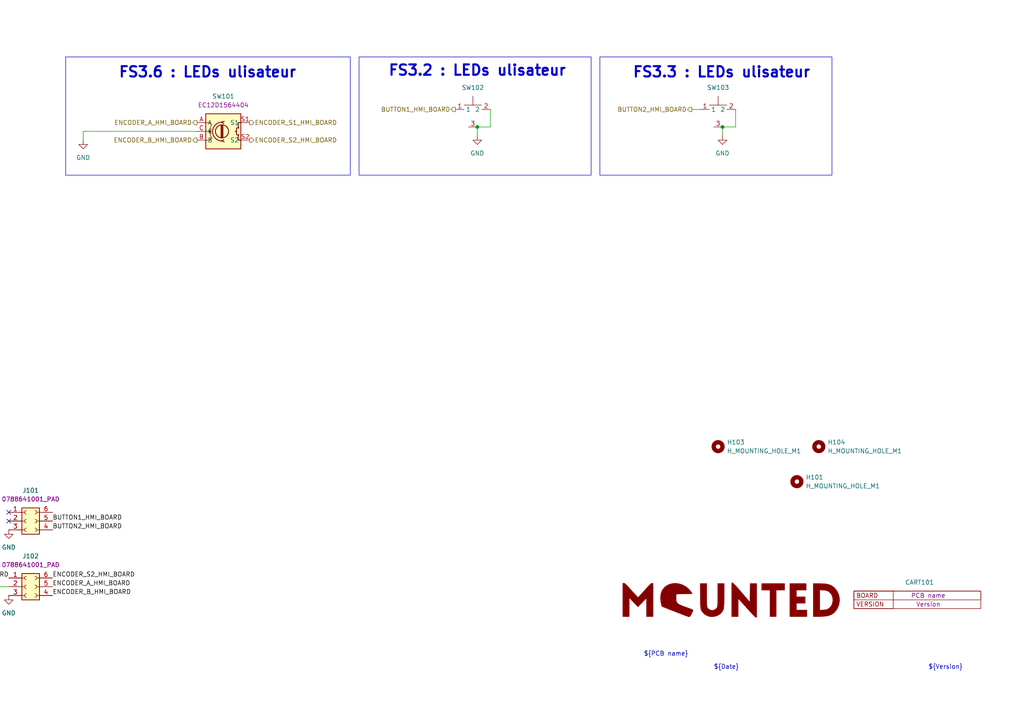
<source format=kicad_sch>
(kicad_sch (version 20231120) (generator "eeschema") (generator_version "8.0")
  (paper "A4")
  (lib_symbols
    (symbol ".mounted-lib:Cartouche_IO" (in_bom no)
      (property "Reference" "CART?" (at -17.78 5.08 0))
      (property "BOARD" "${PCB name}" (at -5.08 2.54 0))
      (property "VERSION" "${Version}" (at -5.08 0 0))
      (symbol "Cartouche_IO_0_0"
        (rectangle (start -17.78 3.81) (end -6.35 -1.27))
        (rectangle (start -17.78 3.81) (end 19.05 -1.27))
        (rectangle (start -17.78 3.81) (end 19.05 1.27))
        (text "BOARD" (at -17.145 2.54 0) (effects (font (size 1.27 1.27)) (justify left)))
        (text "VERSION" (at -17.145 0 0) (effects (font (size 1.27 1.27)) (justify left)))
      )
    )
    (symbol ".mounted-lib:H_MOUNTING_HOLE_M1" (in_bom no)
      (property "Reference" "H?" (at 2.54 1.2701 0))
      (property "Value" "H_MOUNTING_HOLE_M1" (at 40.64 12.7 0))
      (symbol "H_MOUNTING_HOLE_M1_0_1"
        (circle (center 0 0) (radius 1.27) (stroke (width 1.27)))
      )
    )
    (symbol ".mounted-lib:J_0788641001_PAD" (in_bom no)
      (property "Reference" "J?" (at 0 7.62 0))
      (property "DisplayValue" "0788641001_PAD" (at 0 5.08 0))
      (symbol "J_0788641001_PAD_1_1"
        (rectangle (start -2.54 3.81) (end 2.54 -3.81) (stroke (width 0.254)) (fill (type background)))
        (arc (start -1.2722 0.508) (mid -1.778 0) (end -1.2722 -0.508) (stroke (width 0.1524)))
        (arc (start -1.2722 3.048) (mid -1.778 2.54) (end -1.2722 2.032) (stroke (width 0.1524)))
        (arc (start -1.27 -2.032) (mid -1.7758 -2.54) (end -1.27 -3.048) (stroke (width 0.1524)))
        (polyline (pts (xy -2.5422 0) (xy -1.7802 0)) (stroke (width 0.1524)))
        (polyline (pts (xy -2.5422 2.54) (xy -1.7802 2.54)) (stroke (width 0.1524)))
        (polyline (pts (xy -2.54 -2.54) (xy -1.778 -2.54)) (stroke (width 0.1524)))
        (polyline (pts (xy 2.54 0) (xy 1.778 0)) (stroke (width 0.1524)))
        (polyline (pts (xy 2.54 2.54) (xy 1.778 2.54)) (stroke (width 0.1524)))
        (polyline (pts (xy 2.5422 -2.54) (xy 1.7802 -2.54)) (stroke (width 0.1524)))
        (arc (start 1.27 -0.508) (mid 1.7758 0) (end 1.27 0.508) (stroke (width 0.1524)))
        (arc (start 1.27 2.032) (mid 1.7758 2.54) (end 1.27 3.048) (stroke (width 0.1524)))
        (arc (start 1.2722 -3.048) (mid 1.778 -2.54) (end 1.2722 -2.032) (stroke (width 0.1524)))
        (pin passive line (at -6.35 2.54 0) (length 3.81) (name "") (number "1"))
        (pin passive line (at -6.35 0 0) (length 3.81) (name "") (number "2"))
        (pin passive line (at -6.35 -2.54 0) (length 3.81) (name "") (number "3"))
        (pin passive line (at 6.35 -2.54 180) (length 3.81) (name "") (number "4"))
        (pin passive line (at 6.35 0 180) (length 3.81) (name "") (number "5"))
        (pin passive line (at 6.35 2.54 180) (length 3.81) (name "") (number "6"))
      )
    )
    (symbol ".mounted-lib:SW_EC12D1564404"
      (property "Reference" "SW?" (at -5.08 8.89 0))
      (property "DisplayValue" "EC12D1564404" (at -5.08 6.35 0))
      (symbol "SW_EC12D1564404_0_1"
        (rectangle (start -5.08 5.08) (end 5.08 -5.08) (stroke (width 0.254)) (fill (type background)))
        (circle (center -3.81 0) (radius 0.254) (fill (type outline)))
        (circle (center -0.381 0) (radius 1.905) (stroke (width 0.254)))
        (arc (start -0.381 2.667) (mid -3.0988 -0.0635) (end -0.381 -2.794) (stroke (width 0.254)))
        (polyline (pts (xy -0.635 -1.778) (xy -0.635 1.778)) (stroke (width 0.254)))
        (polyline (pts (xy -0.381 -1.778) (xy -0.381 1.778)) (stroke (width 0.254)))
        (polyline (pts (xy -0.127 1.778) (xy -0.127 -1.778)) (stroke (width 0.254)))
        (polyline (pts (xy 3.81 0) (xy 3.429 0)) (stroke (width 0.254)))
        (polyline (pts (xy 3.81 1.016) (xy 3.81 -1.016)) (stroke (width 0.254)))
        (polyline (pts (xy -5.08 -2.54) (xy -3.81 -2.54) (xy -3.81 -2.032)))
        (polyline (pts (xy -5.08 2.54) (xy -3.81 2.54) (xy -3.81 2.032)))
        (polyline (pts (xy 0.254 -3.048) (xy -0.508 -2.794) (xy 0.127 -2.413)) (stroke (width 0.254)))
        (polyline (pts (xy 0.254 2.921) (xy -0.508 2.667) (xy 0.127 2.286)) (stroke (width 0.254)))
        (polyline (pts (xy 5.08 -2.54) (xy 4.318 -2.54) (xy 4.318 -1.016)) (stroke (width 0.254)))
        (polyline (pts (xy 5.08 2.54) (xy 4.318 2.54) (xy 4.318 1.016)) (stroke (width 0.254)))
        (polyline (pts (xy -5.08 0) (xy -3.81 0) (xy -3.81 -1.016) (xy -3.302 -2.032)))
        (polyline (pts (xy -4.318 0) (xy -3.81 0) (xy -3.81 1.016) (xy -3.302 2.032)))
        (circle (center 4.318 -1.016) (radius 0.127) (stroke (width 0.254)))
        (circle (center 4.318 1.016) (radius 0.127) (stroke (width 0.254)))
      )
      (symbol "SW_EC12D1564404_1_1"
        (pin passive line (at -7.62 2.54 0) (length 2.54) (name "A") (number "A"))
        (pin passive line (at -7.62 -2.54 0) (length 2.54) (name "B") (number "B"))
        (pin passive line (at -7.62 0 0) (length 2.54) (name "C") (number "C"))
        (pin passive line (at 7.62 2.54 180) (length 2.54) (name "S1") (number "S1"))
        (pin passive line (at 7.62 -2.54 180) (length 2.54) (name "S2") (number "S2"))
      )
    )
    (symbol ".mounted-lib:SW_SKRTLAE010"
      (property "Reference" "SW?" (at -2.54 3.81 0))
      (symbol "SW_SKRTLAE010_0_1"
        (polyline (pts (xy 0 2.54) (xy 0 0) (xy 2.54 0) (xy -2.54 0)))
      )
      (symbol "SW_SKRTLAE010_1_1"
        (pin input line (at -5.08 -1.27 0) (length 2.54) (name "1") (number "1"))
        (pin output line (at 5.08 -1.27 180) (length 2.54) (name "2") (number "2"))
        (pin passive line (at 1.27 -6.35 180) (length 2.54) (name "") (number "3"))
      )
    )
    (symbol ".mounted-lib:TESTPOINT_1.5MM" (in_bom no)
      (property "Reference" "TP" (at 0 2.54 0))
      (property "DisplayValue" "1.5mm" (at 0 -2.54 0))
      (symbol "TESTPOINT_1.5MM_0_1"
        (circle (center 0 0) (radius 1.27))
      )
      (symbol "TESTPOINT_1.5MM_1_1"
        (pin passive line (at 3.81 0 180) (length 2.54) (name "~") (number "1"))
      )
    )
    (symbol ".mounted-lib:mounted_logo" (pin_names (offset 1.016))
      (symbol "mounted_logo_0_0"
        (polyline (pts (xy 13.0541 -1.012) (xy 13.0541 2.8335) (xy 14.2685 2.8335) (xy 15.4828 2.8335) (xy 15.4828 3.7948) (xy 15.4828 4.7562) (xy 12.1434 4.7562) (xy 8.8039 4.7562) (xy 8.8039 3.7948) (xy 8.8039 2.8335) (xy 10.0183 2.8335) (xy 11.2326 2.8335) (xy 11.2326 -1.012) (xy 11.2326 -4.8574) (xy 12.1434 -4.8574) (xy 13.0541 -4.8574) (xy 13.0541 -1.012)) (stroke (width 0.01)) (fill (type outline)))
        (polyline (pts (xy 21.9593 -3.896) (xy 21.9593 -2.9347) (xy 20.4414 -2.9347) (xy 18.9235 -2.9347) (xy 18.9235 -1.9733) (xy 18.9235 -1.012) (xy 20.1884 -1.012) (xy 21.4533 -1.012) (xy 21.4533 -0.0506) (xy 21.4533 0.9107) (xy 20.1884 0.9107) (xy 18.9235 0.9107) (xy 18.9235 1.8721) (xy 18.9235 2.8335) (xy 20.3402 2.8335) (xy 21.7569 2.8335) (xy 21.7569 3.7948) (xy 21.7569 4.7562) (xy 19.3788 4.7562) (xy 17.0008 4.7562) (xy 17.0008 -0.0506) (xy 17.0008 -4.8574) (xy 19.48 -4.8574) (xy 21.9593 -4.8574) (xy 21.9593 -3.896)) (stroke (width 0.01)) (fill (type outline)))
        (polyline (pts (xy 7.3872 -0.1518) (xy 7.3872 4.7562) (xy 6.4275 4.7562) (xy 5.4678 4.7562) (xy 5.4409 2.0564) (xy 5.4139 -0.6433) (xy 3.0016 2.1576) (xy 2.3562 2.9042) (xy 1.8128 3.5255) (xy 1.3749 4.0164) (xy 1.0304 4.3895) (xy 0.7673 4.6575) (xy 0.5734 4.8332) (xy 0.4367 4.9293) (xy 0.3452 4.9585) (xy 0.1012 4.9585) (xy 0.1012 0.0506) (xy 0.1012 -4.8574) (xy 1.0608 -4.8574) (xy 2.0205 -4.8574) (xy 2.0475 -2.2586) (xy 2.0745 0.3401) (xy 4.5011 -2.3598) (xy 4.7 -2.5808) (xy 5.3538 -3.3024) (xy 5.8892 -3.8837) (xy 6.3167 -4.3354) (xy 6.6469 -4.6683) (xy 6.8901 -4.8929) (xy 7.0568 -5.0198) (xy 7.1575 -5.0598) (xy 7.3872 -5.0598) (xy 7.3872 -0.1518)) (stroke (width 0.01)) (fill (type outline)))
        (polyline (pts (xy -29.5449 -2.1504) (xy -29.5409 0.5566) (xy -28.3053 -0.7424) (xy -27.0698 -2.0414) (xy -25.8301 -0.7769) (xy -24.5905 0.4877) (xy -24.5905 -2.1848) (xy -24.5905 -4.8574) (xy -23.6291 -4.8574) (xy -22.6678 -4.8574) (xy -22.6678 0) (xy -22.6678 4.8574) (xy -22.9639 4.8574) (xy -23.0357 4.8497) (xy -23.152 4.8043) (xy -23.2999 4.7038) (xy -23.4963 4.5321) (xy -23.7582 4.2729) (xy -24.1025 3.9099) (xy -24.5462 3.4271) (xy -25.1062 2.8082) (xy -25.1312 2.7804) (xy -25.6173 2.2426) (xy -26.059 1.757) (xy -26.4383 1.3434) (xy -26.7368 1.0213) (xy -26.9366 0.8106) (xy -27.0195 0.7308) (xy -27.0218 0.7308) (xy -27.1159 0.8089) (xy -27.3249 1.0176) (xy -27.6307 1.3378) (xy -28.0155 1.7506) (xy -28.4613 2.237) (xy -28.9503 2.7779) (xy -29.0633 2.9036) (xy -29.5971 3.4952) (xy -30.0179 3.9544) (xy -30.3429 4.2978) (xy -30.5897 4.5419) (xy -30.7757 4.7032) (xy -30.9183 4.7982) (xy -31.0349 4.8433) (xy -31.1429 4.8552) (xy -31.4717 4.8574) (xy -31.4717 0) (xy -31.4717 -4.8574) (xy -30.5104 -4.8574) (xy -29.549 -4.8574) (xy -29.5449 -2.1504)) (stroke (width 0.01)) (fill (type outline)))
        (polyline (pts (xy 25.4253 -4.8556) (xy 25.6404 -4.8547) (xy 26.5575 -4.83) (xy 27.3171 -4.7676) (xy 27.9546 -4.662) (xy 28.505 -4.5079) (xy 29.0036 -4.2997) (xy 29.5084 -3.9977) (xy 30.1403 -3.435) (xy 30.6643 -2.7409) (xy 31.0657 -1.9468) (xy 31.3296 -1.0838) (xy 31.4411 -0.1834) (xy 31.3855 0.7233) (xy 31.3804 0.7543) (xy 31.1515 1.6264) (xy 30.7776 2.4404) (xy 30.2822 3.162) (xy 29.6889 3.7567) (xy 29.0211 4.19) (xy 28.8905 4.2515) (xy 28.3813 4.4468) (xy 27.8162 4.589) (xy 27.1592 4.6839) (xy 26.3743 4.7372) (xy 25.4253 4.7544) (xy 23.7808 4.7562) (xy 23.7808 -0.0506) (xy 23.7808 -2.9588) (xy 25.7035 -2.9588) (xy 25.7035 -0.0506) (xy 25.7035 2.8576) (xy 26.6396 2.8137) (xy 26.8905 2.7983) (xy 27.5042 2.7136) (xy 27.9891 2.5521) (xy 28.3954 2.2928) (xy 28.7736 1.9144) (xy 29.1102 1.4237) (xy 29.364 0.7385) (xy 29.4478 -0.0506) (xy 29.4393 -0.2952) (xy 29.3007 -1.042) (xy 29.0038 -1.702) (xy 28.5635 -2.248) (xy 27.9949 -2.6533) (xy 27.9266 -2.6869) (xy 27.6052 -2.8006) (xy 27.195 -2.8729) (xy 26.6396 -2.9149) (xy 25.7035 -2.9588) (xy 23.7808 -2.9588) (xy 23.7808 -4.8574) (xy 25.4253 -4.8556)) (stroke (width 0.01)) (fill (type outline)))
        (polyline (pts (xy -4.4754 -4.7478) (xy -3.7692 -4.467) (xy -3.1608 -4.0647) (xy -2.6916 -3.5562) (xy -2.613 -3.4418) (xy -2.4727 -3.2245) (xy -2.3593 -3.0132) (xy -2.2696 -2.7847) (xy -2.2006 -2.5159) (xy -2.149 -2.1837) (xy -2.1119 -1.7649) (xy -2.086 -1.2363) (xy -2.0683 -0.5748) (xy -2.0556 0.2428) (xy -2.0449 1.2396) (xy -2.0099 4.7562) (xy -2.9783 4.7562) (xy -3.9467 4.7562) (xy -3.9468 1.442) (xy -3.9473 0.7789) (xy -3.95 -0.014) (xy -3.956 -0.6426) (xy -3.9665 -1.1295) (xy -3.9826 -1.4973) (xy -4.0053 -1.7684) (xy -4.0357 -1.9652) (xy -4.0748 -2.1104) (xy -4.1239 -2.2263) (xy -4.3189 -2.4863) (xy -4.677 -2.7631) (xy -5.0995 -2.9601) (xy -5.5113 -3.0336) (xy -5.7577 -3.0059) (xy -6.2007 -2.8542) (xy -6.601 -2.6075) (xy -6.8788 -2.3081) (xy -6.9051 -2.2636) (xy -6.9556 -2.1601) (xy -6.9955 -2.0331) (xy -7.0261 -1.8603) (xy -7.0487 -1.6193) (xy -7.0643 -1.2877) (xy -7.0744 -0.8433) (xy -7.0801 -0.2635) (xy -7.0827 0.474) (xy -7.0833 1.3914) (xy -7.0837 4.7562) (xy -8.051 4.7562) (xy -9.0182 4.7562) (xy -8.983 1.189) (xy -8.9744 0.3875) (xy -8.9633 -0.4295) (xy -8.9503 -1.0843) (xy -8.9342 -1.5993) (xy -8.914 -1.9967) (xy -8.8883 -2.2985) (xy -8.8561 -2.5271) (xy -8.8161 -2.7046) (xy -8.7671 -2.8532) (xy -8.6157 -3.18) (xy -8.1881 -3.771) (xy -7.62 -4.2662) (xy -6.948 -4.6372) (xy -6.2083 -4.8553) (xy -6.0147 -4.8833) (xy -5.2378 -4.8917) (xy -4.4754 -4.7478)) (stroke (width 0.01)) (fill (type outline)))
        (polyline (pts (xy -12.033 -4.8536) (xy -11.8228 -4.6062) (xy -11.5946 -4.2448) (xy -11.3715 -3.8054) (xy -11.1767 -3.3242) (xy -11.1344 -3.2018) (xy -11.0898 -3.0068) (xy -11.143 -2.8972) (xy -11.3132 -2.7992) (xy -11.4369 -2.7453) (xy -11.7403 -2.6255) (xy -12.1683 -2.4635) (xy -12.6832 -2.2735) (xy -13.2473 -2.0698) (xy -13.685 -1.9116) (xy -14.3947 -1.6403) (xy -14.9424 -1.397) (xy -15.3488 -1.1615) (xy -15.6346 -0.9134) (xy -15.8208 -0.6324) (xy -15.928 -0.2982) (xy -15.9771 0.1096) (xy -15.9889 0.6113) (xy -15.9885 0.757) (xy -15.9792 1.1798) (xy -15.9532 1.4468) (xy -15.9049 1.5943) (xy -15.8288 1.6589) (xy -15.8013 1.6651) (xy -15.5957 1.6827) (xy -15.2307 1.6979) (xy -14.7385 1.7098) (xy -14.1513 1.7175) (xy -13.5013 1.7203) (xy -13.2539 1.7207) (xy -12.6407 1.7258) (xy -12.1129 1.736) (xy -11.6996 1.7502) (xy -11.4302 1.7676) (xy -11.3339 1.7873) (xy -11.3479 1.8507) (xy -11.4667 2.0761) (xy -11.6796 2.3844) (xy -11.9541 2.7332) (xy -12.2575 3.08) (xy -12.5574 3.3822) (xy -13.1861 3.8791) (xy -14.0562 4.357) (xy -14.9946 4.6741) (xy -15.9634 4.818) (xy -16.9248 4.7769) (xy -16.9567 4.7722) (xy -17.8565 4.5627) (xy -18.6212 4.2205) (xy -19.2773 3.7338) (xy -19.3987 3.6179) (xy -19.9135 2.9955) (xy -20.2685 2.2952) (xy -20.4741 1.4909) (xy -20.5407 0.5566) (xy -20.5381 0.4182) (xy -20.5054 -0.0257) (xy -20.4425 -0.5134) (xy -20.3587 -0.9959) (xy -20.2631 -1.4239) (xy -20.1651 -1.7483) (xy -20.0739 -1.9202) (xy -20.0687 -1.9236) (xy -19.9337 -1.9838) (xy -19.6386 -2.1053) (xy -19.2081 -2.2785) (xy -18.6668 -2.4936) (xy -18.0396 -2.7412) (xy -17.351 -3.0114) (xy -16.6258 -3.2948) (xy -15.8887 -3.5816) (xy -15.1644 -3.8623) (xy -14.4776 -4.1272) (xy -13.8529 -4.3666) (xy -13.3151 -4.571) (xy -12.8888 -4.7307) (xy -12.5988 -4.8361) (xy -12.5944 -4.8376) (xy -12.3603 -4.9142) (xy -12.2194 -4.9506) (xy -12.202 -4.9508) (xy -12.033 -4.8536)) (stroke (width 0.01)) (fill (type outline)))
      )
    )
    (symbol "power:GND" (power) (pin_names (offset 0))
      (property "Value" "GND" (at 0 -3.81 0))
      (symbol "GND_0_1"
        (polyline (pts (xy 0 0) (xy 0 -1.27) (xy 1.27 -1.27) (xy 0 -2.54) (xy -1.27 -1.27) (xy 0 -1.27)))
      )
      (symbol "GND_1_1"
        (pin power_in line (at 0 0 270) (length 0) hide (name "GND") (number "1"))
      )
    )
    (symbol "power:VBUS" (power) (pin_names (offset 0))
      (property "Value" "VBUS" (at 0 3.81 0))
      (symbol "VBUS_0_1"
        (polyline (pts (xy -0.762 1.27) (xy 0 2.54)))
        (polyline (pts (xy 0 0) (xy 0 2.54)))
        (polyline (pts (xy 0 2.54) (xy 0.762 1.27)))
      )
      (symbol "VBUS_1_1"
        (pin power_in line (at 0 0 90) (length 0) hide (name "VBUS") (number "1"))
      )
    )
  )
  (junction (at 138.43 36.83))
  (junction (at 209.55 36.83))
  (no_connect (at 2.54 151.13))
  (no_connect (at 2.54 148.59))
  (wire (pts (xy 24.13 38.1) (xy 24.13 40.64)))
  (wire (pts (xy 209.55 39.37) (xy 209.55 36.83)))
  (wire (pts (xy -25.4 168.91) (xy -25.4 170.18)))
  (wire (pts (xy 200.66 31.75) (xy 203.2 31.75)))
  (wire (pts (xy -25.4 170.18) (xy 2.54 170.18)))
  (wire (pts (xy 138.43 36.83) (xy 142.24 36.83)))
  (wire (pts (xy 213.36 36.83) (xy 213.36 31.75)))
  (wire (pts (xy 142.24 36.83) (xy 142.24 31.75)))
  (wire (pts (xy 209.55 36.83) (xy 213.36 36.83)))
  (wire (pts (xy 138.43 36.83) (xy 138.43 39.37)))
  (wire (pts (xy 24.13 38.1) (xy 57.15 38.1)))
  (rectangle (start 19.05 16.51) (end 101.6 50.8))
  (rectangle (start 104.14 16.51) (end 171.45 50.8))
  (rectangle (start 173.99 16.51) (end 241.3 50.8))
  (text "${PCB name}" (at 186.69 190.5 0) (effects (font (size 1.27 1.27)) (justify left bottom)))
  (text "FS3.2 : LEDs ulisateur" (at 138.43 20.574 0) (effects (font (size 3 3) (thickness 0.6) (bold yes))))
  (text "FS3.6 : LEDs ulisateur" (at 60.198 21.082 0) (effects (font (size 3 3) (thickness 0.6) (bold yes))))
  (text "${Date}" (at 207.01 194.31 0) (effects (font (size 1.27 1.27)) (justify left bottom)))
  (text "FS3.3 : LEDs ulisateur" (at 209.296 21.082 0) (effects (font (size 3 3) (thickness 0.6) (bold yes))))
  (text "${Version}" (at 269.24 194.31 0) (effects (font (size 1.27 1.27)) (justify left bottom)))
  (label "ENCODER_A_HMI_BOARD" (at 15.24 170.18 0))
  (label "ENCODER_S1_HMI_BOARD" (at 2.54 167.64 180))
  (label "BUTTON1_HMI_BOARD" (at 15.24 151.13 0))
  (label "ENCODER_S2_HMI_BOARD" (at 15.24 167.64 0))
  (label "ENCODER_B_HMI_BOARD" (at 15.24 172.72 0))
  (label "BUTTON2_HMI_BOARD" (at 15.24 153.67 0))
  (hierarchical_label "BUTTON2_HMI_BOARD" (shape output) (at 200.66 31.75 180))
  (hierarchical_label "ENCODER_S2_HMI_BOARD" (shape output) (at 72.39 40.64 0))
  (hierarchical_label "ENCODER_B_HMI_BOARD" (shape output) (at 57.15 40.64 180))
  (hierarchical_label "BUTTON1_HMI_BOARD" (shape output) (at 132.08 31.75 180))
  (hierarchical_label "ENCODER_S1_HMI_BOARD" (shape output) (at 72.39 35.56 0))
  (hierarchical_label "ENCODER_A_HMI_BOARD" (shape output) (at 57.15 35.56 180))
  (symbol (lib_id ".mounted-lib:J_0788641001_PAD") (at 8.89 170.18 0) (unit 1) (in_bom no)
    (property "Reference" "J102" (at 8.89 161.29 0))
    (property "Value" "J_0788641001_PAD" (effects (hide yes)))
    (property "Footprint" ".mounted-lib:J_788641001_PAD" (effects (hide yes)))
    (property "Datasheet" "https://www.molex.com/en-us/products/part-detail/0788641001" (effects (hide yes)))
    (property "Manufacturer" "MOLEX" (effects (hide yes)))
    (property "MPN" "0788641001" (effects (hide yes)))
    (property "DisplayValue" "0788641001_PAD" (at 8.89 163.83 0))
    (property "CMP_ID" "1090" (effects (hide yes)))
    (property "Category" "CONNECTOR" (effects (hide yes)))
    (property "Family" "SPRING CONNECTOR" (effects (hide yes)))
    (property "_Created" "JCN 2023-11-22" (effects (hide yes)))
    (property "Mount" "SMD" (effects (hide yes)))
    (property "Package" "6 POS" (effects (hide yes)))
    (property "TempMin_C" "-40°C" (effects (hide yes)))
    (property "TempMax_C" "85°C" (effects (hide yes)))
    (property "Automotive" "N" (effects (hide yes)))
    (property "MaxHeight_mm" "2mm" (effects (hide yes)))
  )
  (symbol (lib_id "power:GND") (at -35.56 194.31 0) (unit 1)
    (property "Reference" "#PWR0108" (effects (hide yes)))
    (property "Value" "GND" (at -35.56 199.39 0))
  )
  (symbol (lib_id ".mounted-lib:H_MOUNTING_HOLE_M1") (at 231.14 139.7 0) (unit 1) (in_bom no)
    (property "Reference" "H101" (at 233.68 138.43 0) (effects (justify left)))
    (property "Value" "H_MOUNTING_HOLE_M1" (at 233.68 140.97 0) (effects (justify left)))
    (property "Footprint" ".mounted-lib:MountingHole_1.2mm_M1" (effects (hide yes)))
    (property "Datasheet" "http://127.0.0.1" (effects (hide yes)))
    (property "DisplayValue" "Screw" (effects (hide yes)))
    (property "Category" "MECHANICAL" (effects (hide yes)))
    (property "Family" "Hole" (effects (hide yes)))
    (property "_Created" "GCE 2022-06-15" (effects (hide yes)))
    (property "Mount" "PCB" (effects (hide yes)))
    (property "Package" "1.2mm HOLE" (effects (hide yes)))
    (property "Automotive" "N" (effects (hide yes)))
    (property "MaxHeight_mm" "0mm" (effects (hide yes)))
  )
  (symbol (lib_id ".mounted-lib:mounted_logo") (at 212.09 173.99 0) (unit 1)
    (property "Reference" "LOGO101" (effects (hide yes)))
    (property "Value" "mounted_logo" (effects (hide yes)))
    (property "Footprint" ".mounted-lib:mounted_logo" (effects (hide yes)))
  )
  (symbol (lib_id ".mounted-lib:J_0788641001_PAD") (at 8.89 151.13 0) (unit 1) (in_bom no)
    (property "Reference" "J101" (at 8.89 142.24 0))
    (property "Value" "J_0788641001_PAD" (effects (hide yes)))
    (property "Footprint" ".mounted-lib:J_788641001_PAD" (effects (hide yes)))
    (property "Datasheet" "https://www.molex.com/en-us/products/part-detail/0788641001" (effects (hide yes)))
    (property "Manufacturer" "MOLEX" (effects (hide yes)))
    (property "MPN" "0788641001" (effects (hide yes)))
    (property "DisplayValue" "0788641001_PAD" (at 8.89 144.78 0))
    (property "CMP_ID" "1090" (effects (hide yes)))
    (property "Category" "CONNECTOR" (effects (hide yes)))
    (property "Family" "SPRING CONNECTOR" (effects (hide yes)))
    (property "_Created" "JCN 2023-11-22" (effects (hide yes)))
    (property "Mount" "SMD" (effects (hide yes)))
    (property "Package" "6 POS" (effects (hide yes)))
    (property "TempMin_C" "-40°C" (effects (hide yes)))
    (property "TempMax_C" "85°C" (effects (hide yes)))
    (property "Automotive" "N" (effects (hide yes)))
    (property "MaxHeight_mm" "2mm" (effects (hide yes)))
  )
  (symbol (lib_id "power:GND") (at 138.43 39.37 0) (unit 1)
    (property "Reference" "#PWR0104" (effects (hide yes)))
    (property "Value" "GND" (at 138.43 44.45 0))
  )
  (symbol (lib_id "power:GND") (at 209.55 39.37 0) (unit 1)
    (property "Reference" "#PWR0105" (effects (hide yes)))
    (property "Value" "GND" (at 209.55 44.45 0))
  )
  (symbol (lib_id ".mounted-lib:SW_SKRTLAE010") (at 137.16 30.48 0) (unit 1)
    (property "Reference" "SW102" (at 137.16 25.4 0))
    (property "Value" "SW_SKRTLAE010" (effects (hide yes)))
    (property "Footprint" ".mounted-lib:SW_SKRTLAE010" (effects (hide yes)))
    (property "Datasheet" "https://datasheet.lcsc.com/lcsc/1809191932_ALPSALPINE-SKRTLAE010_C110293.pdf" (effects (hide yes)))
    (property "Manufacturer" "ALPS ALPINE" (effects (hide yes)))
    (property "MPN" "SKRTLAE010" (effects (hide yes)))
    (property "DisplayValue" "SKRTLAE010" (effects (hide yes)))
    (property "CMP_ID" "1084" (effects (hide yes)))
    (property "Category" "ELECTROMECHANICAL" (effects (hide yes)))
    (property "Family" "TACTILE SWITCH" (effects (hide yes)))
    (property "_Created" "JCN 2023-11-16" (effects (hide yes)))
    (property "Mount" "SMD" (effects (hide yes)))
    (property "Package" "RIGHT ANGLE" (effects (hide yes)))
    (property "PartStatus" "L3360" (effects (hide yes)))
    (property "TempMin_C" "-30°C" (effects (hide yes)))
    (property "TempMax_C" "85°C" (effects (hide yes)))
    (property "Automotive" "N" (effects (hide yes)))
    (property "MaxHeight_mm" "3.3mm" (effects (hide yes)))
  )
  (symbol (lib_id ".mounted-lib:H_MOUNTING_HOLE_M1") (at 237.49 129.54 0) (unit 1) (in_bom no)
    (property "Reference" "H104" (at 240.03 128.27 0) (effects (justify left)))
    (property "Value" "H_MOUNTING_HOLE_M1" (at 240.03 130.81 0) (effects (justify left)))
    (property "Footprint" ".mounted-lib:MountingHole_1.2mm_M1" (effects (hide yes)))
    (property "Datasheet" "http://127.0.0.1" (effects (hide yes)))
    (property "DisplayValue" "Screw" (effects (hide yes)))
    (property "Category" "MECHANICAL" (effects (hide yes)))
    (property "Family" "Hole" (effects (hide yes)))
    (property "_Created" "GCE 2022-06-15" (effects (hide yes)))
    (property "Mount" "PCB" (effects (hide yes)))
    (property "Package" "1.2mm HOLE" (effects (hide yes)))
    (property "Automotive" "N" (effects (hide yes)))
    (property "MaxHeight_mm" "0mm" (effects (hide yes)))
  )
  (symbol (lib_id "power:GND") (at 2.54 172.72 0) (unit 1)
    (property "Reference" "#PWR0106" (effects (hide yes)))
    (property "Value" "GND" (at 2.54 177.8 0))
  )
  (symbol (lib_id ".mounted-lib:SW_EC12D1564404") (at 64.77 38.1 0) (unit 1)
    (property "Reference" "SW101" (at 64.77 27.94 0))
    (property "Value" "SW_EC12D1564404" (effects (hide yes)))
    (property "Footprint" ".mounted-lib:SW_EC12D1564404" (effects (hide yes)))
    (property "Datasheet" "https://tech.alpsalpine.com/e/products/detail/EC12D1564404/" (effects (hide yes)))
    (property "Manufacturer" "ALPS ALPINE" (effects (hide yes)))
    (property "MPN" "EC12D1564404" (effects (hide yes)))
    (property "DisplayValue" "EC12D1564404" (at 64.77 30.48 0))
    (property "CMP_ID" "1081" (effects (hide yes)))
    (property "Category" "ELECTROMECHANICAL" (effects (hide yes)))
    (property "Family" "ROTARY ENCODER" (effects (hide yes)))
    (property "_Created" "JCN 2023-11-15" (effects (hide yes)))
    (property "_Checked" "TT 2022-05-23" (effects (hide yes)))
    (property "Mount" "SMD" (effects (hide yes)))
    (property "TempMin_C" "-40°C" (effects (hide yes)))
    (property "TempMax_C" "85°C" (effects (hide yes)))
    (property "Automotive" "N" (effects (hide yes)))
    (property "MaxHeight_mm" "17.5mm" (effects (hide yes)))
  )
  (symbol (lib_id ".mounted-lib:H_MOUNTING_HOLE_M1") (at 208.28 129.54 0) (unit 1) (in_bom no)
    (property "Reference" "H103" (at 210.82 128.27 0) (effects (justify left)))
    (property "Value" "H_MOUNTING_HOLE_M1" (at 210.82 130.81 0) (effects (justify left)))
    (property "Footprint" ".mounted-lib:MountingHole_1.2mm_M1" (effects (hide yes)))
    (property "Datasheet" "http://127.0.0.1" (effects (hide yes)))
    (property "DisplayValue" "Screw" (effects (hide yes)))
    (property "Category" "MECHANICAL" (effects (hide yes)))
    (property "Family" "Hole" (effects (hide yes)))
    (property "_Created" "GCE 2022-06-15" (effects (hide yes)))
    (property "Mount" "PCB" (effects (hide yes)))
    (property "Package" "1.2mm HOLE" (effects (hide yes)))
    (property "Automotive" "N" (effects (hide yes)))
    (property "MaxHeight_mm" "0mm" (effects (hide yes)))
  )
  (symbol (lib_id ".mounted-lib:TESTPOINT_1.5MM") (at -35.56 190.5 270) (unit 1) (in_bom no)
    (property "Reference" "TP102" (at -33.02 189.23 90) (effects (justify left)))
    (property "Value" "TESTPOINT_1.5MM" (effects (hide yes)))
    (property "Footprint" ".mounted-lib:TESTPOINT_1.5MM" (effects (hide yes)))
    (property "Datasheet" "http://127.0.0.1" (effects (hide yes)))
    (property "DisplayValue" "1.5mm" (at -33.02 191.77 90) (effects (justify left)))
    (property "_Created" "JCN 2022-08-04" (effects (hide yes)))
    (property "Category" "TEST POINT" (effects (hide yes)))
    (property "Family" "Exposed copper" (effects (hide yes)))
  )
  (symbol (lib_id ".mounted-lib:TESTPOINT_1.5MM") (at -35.56 184.15 90) (unit 1) (in_bom no)
    (property "Reference" "TP101" (at -33.02 182.88 90) (effects (justify right)))
    (property "Value" "TESTPOINT_1.5MM" (effects (hide yes)))
    (property "Footprint" ".mounted-lib:TESTPOINT_1.5MM" (effects (hide yes)))
    (property "Datasheet" "http://127.0.0.1" (effects (hide yes)))
    (property "DisplayValue" "1.5mm" (at -33.02 185.42 90) (effects (justify right)))
    (property "_Created" "JCN 2022-08-04" (effects (hide yes)))
    (property "Category" "TEST POINT" (effects (hide yes)))
    (property "Family" "Exposed copper" (effects (hide yes)))
  )
  (symbol (lib_id ".mounted-lib:SW_SKRTLAE010") (at 208.28 30.48 0) (unit 1)
    (property "Reference" "SW103" (at 208.28 25.4 0))
    (property "Value" "SW_SKRTLAE010" (effects (hide yes)))
    (property "Footprint" ".mounted-lib:SW_SKRTLAE010" (effects (hide yes)))
    (property "Datasheet" "https://datasheet.lcsc.com/lcsc/1809191932_ALPSALPINE-SKRTLAE010_C110293.pdf" (effects (hide yes)))
    (property "Manufacturer" "ALPS ALPINE" (effects (hide yes)))
    (property "MPN" "SKRTLAE010" (effects (hide yes)))
    (property "DisplayValue" "SKRTLAE010" (effects (hide yes)))
    (property "CMP_ID" "1084" (effects (hide yes)))
    (property "Category" "ELECTROMECHANICAL" (effects (hide yes)))
    (property "Family" "TACTILE SWITCH" (effects (hide yes)))
    (property "_Created" "JCN 2023-11-16" (effects (hide yes)))
    (property "Mount" "SMD" (effects (hide yes)))
    (property "Package" "RIGHT ANGLE" (effects (hide yes)))
    (property "PartStatus" "L3360" (effects (hide yes)))
    (property "TempMin_C" "-30°C" (effects (hide yes)))
    (property "TempMax_C" "85°C" (effects (hide yes)))
    (property "Automotive" "N" (effects (hide yes)))
    (property "MaxHeight_mm" "3.3mm" (effects (hide yes)))
  )
  (symbol (lib_id "power:GND") (at 24.13 40.64 0) (unit 1)
    (property "Reference" "#PWR0103" (effects (hide yes)))
    (property "Value" "GND" (at 24.13 45.72 0))
  )
  (symbol (lib_id "power:GND") (at 2.54 153.67 0) (unit 1)
    (property "Reference" "#PWR0102" (effects (hide yes)))
    (property "Value" "GND" (at 2.54 158.75 0))
  )
  (symbol (lib_id "power:VBUS") (at -35.56 180.34 0) (unit 1)
    (property "Reference" "#PWR0107" (effects (hide yes)))
    (property "Value" "VBUS" (at -35.56 175.26 0))
  )
  (symbol (lib_id ".mounted-lib:Cartouche_IO") (at 265.43 175.26 0) (unit 1) (in_bom no)
    (property "Reference" "CART101" (at 266.7 168.91 0))
    (property "Value" "Cartouche_IO" (effects (hide yes)))
    (property "Footprint" ".mounted-lib:Cartouche_IO" (effects (hide yes)))
    (property "Datasheet" "http://127.0.0.1" (effects (hide yes)))
    (property "BOARD" "${PCB name}" (at 269.24 172.72 0))
    (property "VERSION" "${Version}" (at 269.24 175.26 0))
    (property "CMP_ID" "229" (effects (hide yes)))
    (property "_Created" "JCN 2022-08-04" (effects (hide yes)))
    (property "Automotive" "N" (effects (hide yes)))
    (property "Category" "CARTOUCHE" (effects (hide yes)))
    (property "Family" "IO" (effects (hide yes)))
  )
  (symbol (lib_id "power:VBUS") (at -25.4 168.91 0) (unit 1)
    (property "Reference" "#PWR0101" (effects (hide yes)))
    (property "Value" "VBUS" (at -25.4 163.83 0))
  )
)
</source>
